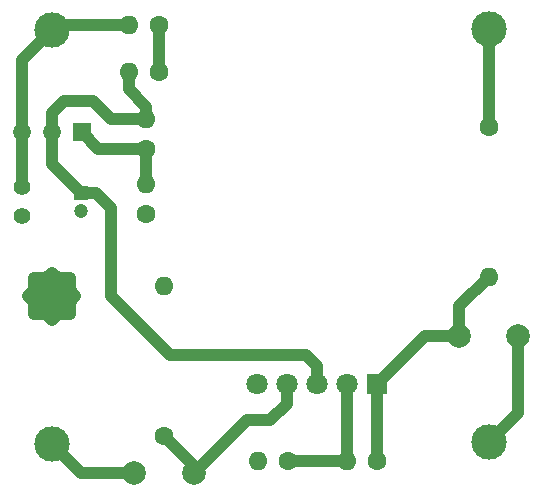
<source format=gbr>
%TF.GenerationSoftware,KiCad,Pcbnew,8.0.8*%
%TF.CreationDate,2025-01-19T15:48:06-06:00*%
%TF.ProjectId,Block-JAN6418,426c6f63-6b2d-44a4-914e-363431382e6b,rev?*%
%TF.SameCoordinates,Original*%
%TF.FileFunction,Copper,L2,Bot*%
%TF.FilePolarity,Positive*%
%FSLAX46Y46*%
G04 Gerber Fmt 4.6, Leading zero omitted, Abs format (unit mm)*
G04 Created by KiCad (PCBNEW 8.0.8) date 2025-01-19 15:48:06*
%MOMM*%
%LPD*%
G01*
G04 APERTURE LIST*
%TA.AperFunction,ComponentPad*%
%ADD10R,1.200000X1.200000*%
%TD*%
%TA.AperFunction,ComponentPad*%
%ADD11C,1.200000*%
%TD*%
%TA.AperFunction,ComponentPad*%
%ADD12R,1.800000X1.800000*%
%TD*%
%TA.AperFunction,ComponentPad*%
%ADD13C,1.800000*%
%TD*%
%TA.AperFunction,ComponentPad*%
%ADD14C,3.000000*%
%TD*%
%TA.AperFunction,ComponentPad*%
%ADD15C,2.000000*%
%TD*%
%TA.AperFunction,ComponentPad*%
%ADD16C,1.600000*%
%TD*%
%TA.AperFunction,ComponentPad*%
%ADD17O,1.600000X1.600000*%
%TD*%
%TA.AperFunction,ComponentPad*%
%ADD18R,1.500000X1.500000*%
%TD*%
%TA.AperFunction,ComponentPad*%
%ADD19C,1.500000*%
%TD*%
%TA.AperFunction,ComponentPad*%
%ADD20C,1.400000*%
%TD*%
%TA.AperFunction,ViaPad*%
%ADD21C,1.000000*%
%TD*%
%TA.AperFunction,Conductor*%
%ADD22C,1.000000*%
%TD*%
G04 APERTURE END LIST*
D10*
%TO.P,C4,1*%
%TO.N,Net-(U2-VO)*%
X58000000Y-62277401D03*
D11*
%TO.P,C4,2*%
%TO.N,GND*%
X58000000Y-63777401D03*
%TD*%
D12*
%TO.P,U1,1,P*%
%TO.N,Net-(U1A-P)*%
X83000000Y-78452500D03*
D13*
%TO.P,U1,2,G2*%
%TO.N,Net-(U1A-G2)*%
X80460000Y-78452500D03*
%TO.P,U1,3,F+\u002CG3*%
%TO.N,Net-(U2-VO)*%
X77920000Y-78452500D03*
%TO.P,U1,4,G1*%
%TO.N,Net-(U1A-G1)*%
X75380000Y-78452500D03*
%TO.P,U1,5,F+\u002CG3*%
%TO.N,GND*%
X72840000Y-78452500D03*
%TD*%
D14*
%TO.P,+9V,1,Pin_1*%
%TO.N,+9V*%
X55495000Y-48452500D03*
%TD*%
D15*
%TO.P,C1,1*%
%TO.N,Net-(U1A-P)*%
X90000000Y-74372500D03*
%TO.P,C1,2*%
%TO.N,Net-(J4-Pin_1)*%
X95000000Y-74372500D03*
%TD*%
D16*
%TO.P,R8,1*%
%TO.N,GND*%
X63500000Y-64045000D03*
D17*
%TO.P,R8,2*%
%TO.N,Net-(U2-ADJ)*%
X63500000Y-61505000D03*
%TD*%
D14*
%TO.P,Sig_gnd,1,Pin_1*%
%TO.N,GND*%
X55500000Y-71000000D03*
%TD*%
D16*
%TO.P,R5,1*%
%TO.N,Net-(U1A-G2)*%
X75540000Y-84952500D03*
D17*
%TO.P,R5,2*%
%TO.N,GND*%
X73000000Y-84952500D03*
%TD*%
D16*
%TO.P,R1,1*%
%TO.N,Net-(R1-Pad1)*%
X64545000Y-48000000D03*
D17*
%TO.P,R1,2*%
%TO.N,+9V*%
X62005000Y-48000000D03*
%TD*%
D16*
%TO.P,Impedance,1*%
%TO.N,Net-(U1A-G1)*%
X65000000Y-82850000D03*
D17*
%TO.P,Impedance,2*%
%TO.N,GND*%
X65000000Y-70150000D03*
%TD*%
D16*
%TO.P,R2,1*%
%TO.N,Net-(R1-Pad1)*%
X64540000Y-52000000D03*
D17*
%TO.P,R2,2*%
%TO.N,Net-(U2-VO)*%
X62000000Y-52000000D03*
%TD*%
D16*
%TO.P,Ra,1*%
%TO.N,Net-(J1-Pin_1)*%
X92500000Y-56672500D03*
D17*
%TO.P,Ra,2*%
%TO.N,Net-(U1A-P)*%
X92500000Y-69372500D03*
%TD*%
D18*
%TO.P,U2,1,ADJ*%
%TO.N,Net-(U2-ADJ)*%
X58040000Y-57140000D03*
D19*
%TO.P,U2,2,VO*%
%TO.N,Net-(U2-VO)*%
X55500000Y-57140000D03*
%TO.P,U2,3,VI*%
%TO.N,+9V*%
X52960000Y-57140000D03*
%TD*%
D14*
%TO.P,Sig_out,1,Pin_1*%
%TO.N,Net-(J4-Pin_1)*%
X92500000Y-83372500D03*
%TD*%
D15*
%TO.P,C2,1*%
%TO.N,Net-(J3-Pin_1)*%
X62500000Y-86000000D03*
%TO.P,C2,2*%
%TO.N,Net-(U1A-G1)*%
X67500000Y-86000000D03*
%TD*%
D16*
%TO.P,R7,1*%
%TO.N,Net-(U2-ADJ)*%
X63500000Y-58545000D03*
D17*
%TO.P,R7,2*%
%TO.N,Net-(U2-VO)*%
X63500000Y-56005000D03*
%TD*%
D16*
%TO.P,R4,1*%
%TO.N,Net-(U1A-P)*%
X83040000Y-84952500D03*
D17*
%TO.P,R4,2*%
%TO.N,Net-(U1A-G2)*%
X80500000Y-84952500D03*
%TD*%
D14*
%TO.P,B+,1,Pin_1*%
%TO.N,Net-(J1-Pin_1)*%
X92500000Y-48372500D03*
%TD*%
%TO.P,Sig_in,1,Pin_1*%
%TO.N,Net-(J3-Pin_1)*%
X55500000Y-83500000D03*
%TD*%
D20*
%TO.P,C3,1*%
%TO.N,+9V*%
X53000000Y-61750000D03*
%TO.P,C3,2*%
%TO.N,GND*%
X53000000Y-64250000D03*
%TD*%
D21*
%TO.N,GND*%
X57500000Y-71000000D03*
X55500000Y-73000000D03*
X54000000Y-72500000D03*
X57000000Y-72500000D03*
X57000000Y-69500000D03*
X54000000Y-69500000D03*
X55500000Y-69000000D03*
X53500000Y-71000000D03*
%TD*%
D22*
%TO.N,GND*%
X57000000Y-69500000D02*
X57000000Y-70500000D01*
X57000000Y-70500000D02*
X57500000Y-71000000D01*
X57000000Y-72500000D02*
X57000000Y-71500000D01*
X57000000Y-71500000D02*
X57500000Y-71000000D01*
X57000000Y-72500000D02*
X56000000Y-72500000D01*
X56000000Y-72500000D02*
X55500000Y-73000000D01*
X54000000Y-72500000D02*
X55000000Y-72500000D01*
X55000000Y-72500000D02*
X55500000Y-73000000D01*
X54000000Y-72500000D02*
X54000000Y-71500000D01*
X54000000Y-71500000D02*
X53500000Y-71000000D01*
X54000000Y-69500000D02*
X54000000Y-70500000D01*
X54000000Y-70500000D02*
X53500000Y-71000000D01*
X54000000Y-69500000D02*
X55000000Y-69500000D01*
X55000000Y-69500000D02*
X55500000Y-69000000D01*
X57000000Y-69500000D02*
X56000000Y-69500000D01*
X56000000Y-69500000D02*
X55500000Y-69000000D01*
%TO.N,Net-(U2-VO)*%
X63500000Y-56005000D02*
X63500000Y-55000000D01*
X63500000Y-55000000D02*
X62000000Y-53500000D01*
X62000000Y-53500000D02*
X62000000Y-52000000D01*
X55500000Y-57140000D02*
X55500000Y-55500000D01*
X60505000Y-56005000D02*
X63500000Y-56005000D01*
X55500000Y-55500000D02*
X56500000Y-54500000D01*
X56500000Y-54500000D02*
X59000000Y-54500000D01*
X59000000Y-54500000D02*
X60505000Y-56005000D01*
%TO.N,Net-(U2-ADJ)*%
X63500000Y-58545000D02*
X59445000Y-58545000D01*
X59445000Y-58545000D02*
X58040000Y-57140000D01*
X63500000Y-61505000D02*
X63500000Y-58545000D01*
%TO.N,Net-(R1-Pad1)*%
X64540000Y-52000000D02*
X64540000Y-48005000D01*
%TO.N,Net-(U2-VO)*%
X55500000Y-57140000D02*
X55500000Y-59777401D01*
X55500000Y-59777401D02*
X58000000Y-62277401D01*
%TO.N,+9V*%
X52960000Y-57140000D02*
X52960000Y-61710000D01*
X52960000Y-57140000D02*
X52960000Y-50987500D01*
X52960000Y-50987500D02*
X55495000Y-48452500D01*
X62005000Y-48000000D02*
X55947500Y-48000000D01*
%TO.N,Net-(J1-Pin_1)*%
X92500000Y-56672500D02*
X92500000Y-48372500D01*
%TO.N,Net-(J4-Pin_1)*%
X95000000Y-80872500D02*
X92500000Y-83372500D01*
X95000000Y-74372500D02*
X95000000Y-80872500D01*
%TO.N,Net-(U1A-G2)*%
X80460000Y-78452500D02*
X80460000Y-84912500D01*
X75540000Y-84952500D02*
X80500000Y-84952500D01*
%TO.N,Net-(U1A-P)*%
X83000000Y-78452500D02*
X83000000Y-84912500D01*
X90000000Y-74372500D02*
X90000000Y-71872500D01*
X83000000Y-78452500D02*
X87080000Y-74372500D01*
X87080000Y-74372500D02*
X90000000Y-74372500D01*
X90000000Y-71872500D02*
X92500000Y-69372500D01*
%TO.N,Net-(U1A-G1)*%
X75380000Y-78452500D02*
X75380000Y-80120000D01*
X75380000Y-80120000D02*
X74000000Y-81500000D01*
X74000000Y-81500000D02*
X72000000Y-81500000D01*
%TO.N,Net-(J3-Pin_1)*%
X58000000Y-86000000D02*
X55500000Y-83500000D01*
%TO.N,Net-(U1A-G1)*%
X67500000Y-86000000D02*
X67500000Y-85350000D01*
%TO.N,Net-(J3-Pin_1)*%
X62500000Y-86000000D02*
X58000000Y-86000000D01*
%TO.N,Net-(U1A-G1)*%
X72000000Y-81500000D02*
X67500000Y-86000000D01*
X67500000Y-85350000D02*
X65000000Y-82850000D01*
%TO.N,Net-(U2-VO)*%
X77920000Y-76920000D02*
X77000000Y-76000000D01*
X77000000Y-76000000D02*
X65500000Y-76000000D01*
X65500000Y-76000000D02*
X60500000Y-71000000D01*
X77920000Y-78452500D02*
X77920000Y-76920000D01*
X60500000Y-71000000D02*
X60500000Y-63500000D01*
X60500000Y-63500000D02*
X59277401Y-62277401D01*
X59277401Y-62277401D02*
X58000000Y-62277401D01*
%TD*%
M02*

</source>
